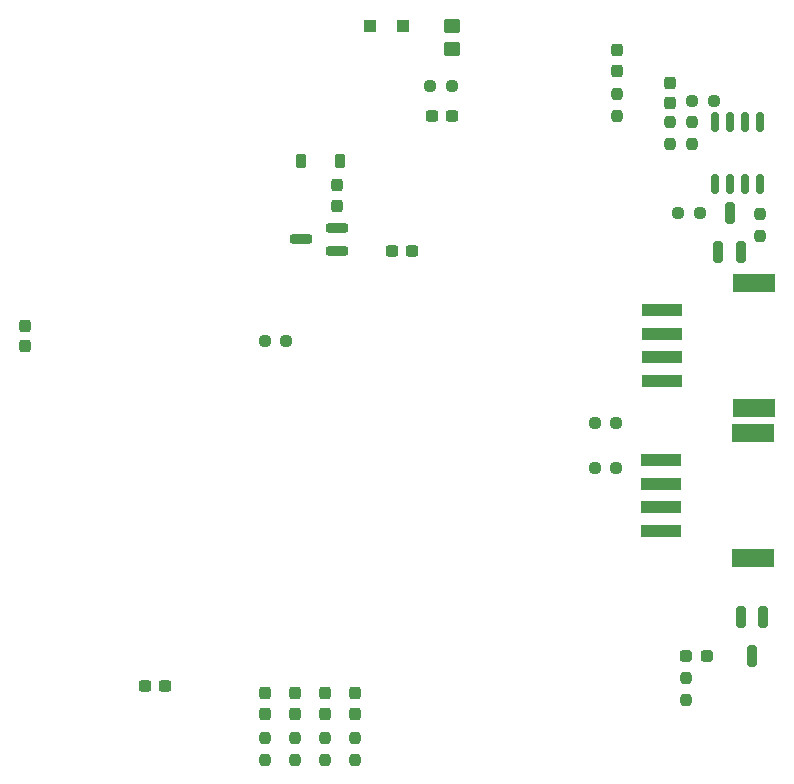
<source format=gbr>
%TF.GenerationSoftware,KiCad,Pcbnew,8.0.1*%
%TF.CreationDate,2024-09-11T09:05:04+09:00*%
%TF.ProjectId,raspcat,72617370-6361-4742-9e6b-696361645f70,rev?*%
%TF.SameCoordinates,Original*%
%TF.FileFunction,Paste,Top*%
%TF.FilePolarity,Positive*%
%FSLAX46Y46*%
G04 Gerber Fmt 4.6, Leading zero omitted, Abs format (unit mm)*
G04 Created by KiCad (PCBNEW 8.0.1) date 2024-09-11 09:05:04*
%MOMM*%
%LPD*%
G01*
G04 APERTURE LIST*
G04 Aperture macros list*
%AMRoundRect*
0 Rectangle with rounded corners*
0 $1 Rounding radius*
0 $2 $3 $4 $5 $6 $7 $8 $9 X,Y pos of 4 corners*
0 Add a 4 corners polygon primitive as box body*
4,1,4,$2,$3,$4,$5,$6,$7,$8,$9,$2,$3,0*
0 Add four circle primitives for the rounded corners*
1,1,$1+$1,$2,$3*
1,1,$1+$1,$4,$5*
1,1,$1+$1,$6,$7*
1,1,$1+$1,$8,$9*
0 Add four rect primitives between the rounded corners*
20,1,$1+$1,$2,$3,$4,$5,0*
20,1,$1+$1,$4,$5,$6,$7,0*
20,1,$1+$1,$6,$7,$8,$9,0*
20,1,$1+$1,$8,$9,$2,$3,0*%
G04 Aperture macros list end*
%ADD10RoundRect,0.200000X-0.200000X0.700000X-0.200000X-0.700000X0.200000X-0.700000X0.200000X0.700000X0*%
%ADD11RoundRect,0.237500X0.250000X0.237500X-0.250000X0.237500X-0.250000X-0.237500X0.250000X-0.237500X0*%
%ADD12RoundRect,0.237500X-0.237500X0.300000X-0.237500X-0.300000X0.237500X-0.300000X0.237500X0.300000X0*%
%ADD13RoundRect,0.237500X-0.237500X0.250000X-0.237500X-0.250000X0.237500X-0.250000X0.237500X0.250000X0*%
%ADD14RoundRect,0.237500X0.237500X-0.250000X0.237500X0.250000X-0.237500X0.250000X-0.237500X-0.250000X0*%
%ADD15RoundRect,0.237500X-0.250000X-0.237500X0.250000X-0.237500X0.250000X0.237500X-0.250000X0.237500X0*%
%ADD16RoundRect,0.237500X-0.237500X0.287500X-0.237500X-0.287500X0.237500X-0.287500X0.237500X0.287500X0*%
%ADD17R,3.400000X1.000000*%
%ADD18R,3.600000X1.500000*%
%ADD19RoundRect,0.237500X0.287500X0.237500X-0.287500X0.237500X-0.287500X-0.237500X0.287500X-0.237500X0*%
%ADD20RoundRect,0.237500X0.300000X0.237500X-0.300000X0.237500X-0.300000X-0.237500X0.300000X-0.237500X0*%
%ADD21RoundRect,0.237500X0.237500X-0.300000X0.237500X0.300000X-0.237500X0.300000X-0.237500X-0.300000X0*%
%ADD22RoundRect,0.200000X0.750000X0.200000X-0.750000X0.200000X-0.750000X-0.200000X0.750000X-0.200000X0*%
%ADD23RoundRect,0.250000X0.300000X0.300000X-0.300000X0.300000X-0.300000X-0.300000X0.300000X-0.300000X0*%
%ADD24RoundRect,0.237500X-0.300000X-0.237500X0.300000X-0.237500X0.300000X0.237500X-0.300000X0.237500X0*%
%ADD25RoundRect,0.225000X0.225000X0.375000X-0.225000X0.375000X-0.225000X-0.375000X0.225000X-0.375000X0*%
%ADD26RoundRect,0.200000X0.200000X-0.700000X0.200000X0.700000X-0.200000X0.700000X-0.200000X-0.700000X0*%
%ADD27RoundRect,0.250000X-0.450000X0.350000X-0.450000X-0.350000X0.450000X-0.350000X0.450000X0.350000X0*%
%ADD28RoundRect,0.150000X0.150000X-0.675000X0.150000X0.675000X-0.150000X0.675000X-0.150000X-0.675000X0*%
G04 APERTURE END LIST*
D10*
%TO.C,Q2*%
X68035000Y16780000D03*
X66135000Y16780000D03*
X67085000Y13480000D03*
%TD*%
D11*
%TO.C,R8*%
X63830000Y60470000D03*
X62005000Y60470000D03*
%TD*%
D12*
%TO.C,C6*%
X60100000Y61967500D03*
X60100000Y60242500D03*
%TD*%
D13*
%TO.C,R10*%
X60100000Y58650000D03*
X60100000Y56825000D03*
%TD*%
D14*
%TO.C,R12*%
X30890000Y4670000D03*
X30890000Y6495000D03*
%TD*%
%TO.C,R15*%
X55655000Y59200000D03*
X55655000Y61025000D03*
%TD*%
D15*
%TO.C,R6*%
X60815000Y50945000D03*
X62640000Y50945000D03*
%TD*%
D16*
%TO.C,D3*%
X30890000Y10305000D03*
X30890000Y8555000D03*
%TD*%
D15*
%TO.C,R2*%
X53750000Y29355000D03*
X55575000Y29355000D03*
%TD*%
%TO.C,R5*%
X25810000Y40150000D03*
X27635000Y40150000D03*
%TD*%
D17*
%TO.C,CN1*%
X59375000Y24035000D03*
X59375000Y26035000D03*
X59375000Y28035000D03*
X59375000Y30035000D03*
D18*
X67175000Y32335000D03*
X67175000Y21735000D03*
%TD*%
D19*
%TO.C,D1*%
X63275000Y13480000D03*
X61525000Y13480000D03*
%TD*%
D20*
%TO.C,C2*%
X41685000Y59200000D03*
X39960000Y59200000D03*
%TD*%
D15*
%TO.C,R1*%
X53750000Y33165000D03*
X55575000Y33165000D03*
%TD*%
D21*
%TO.C,C4*%
X31906000Y51580000D03*
X31906000Y53305000D03*
%TD*%
D14*
%TO.C,R11*%
X33430000Y4670000D03*
X33430000Y6495000D03*
%TD*%
D20*
%TO.C,C7*%
X17375000Y10940000D03*
X15650000Y10940000D03*
%TD*%
D16*
%TO.C,D2*%
X33430000Y10305000D03*
X33430000Y8555000D03*
%TD*%
D14*
%TO.C,R9*%
X62005000Y56825000D03*
X62005000Y58650000D03*
%TD*%
D21*
%TO.C,C5*%
X5490000Y39695000D03*
X5490000Y41420000D03*
%TD*%
D22*
%TO.C,U3*%
X31907000Y47770000D03*
X31907000Y49670000D03*
X28907000Y48720000D03*
%TD*%
D23*
%TO.C,D7*%
X37500000Y66820000D03*
X34700000Y66820000D03*
%TD*%
D15*
%TO.C,R3*%
X39860000Y61740000D03*
X41685000Y61740000D03*
%TD*%
D24*
%TO.C,C3*%
X36605000Y47770000D03*
X38330000Y47770000D03*
%TD*%
D25*
%TO.C,D8*%
X32206000Y55390000D03*
X28906000Y55390000D03*
%TD*%
D26*
%TO.C,Q1*%
X64230000Y47645000D03*
X66130000Y47645000D03*
X65180000Y50945000D03*
%TD*%
D27*
%TO.C,R17*%
X41685000Y66820000D03*
X41685000Y64820000D03*
%TD*%
D16*
%TO.C,D6*%
X25810000Y10305000D03*
X25810000Y8555000D03*
%TD*%
D13*
%TO.C,R4*%
X67720000Y50865000D03*
X67720000Y49040000D03*
%TD*%
D16*
%TO.C,D5*%
X55655000Y64760000D03*
X55655000Y63010000D03*
%TD*%
D14*
%TO.C,R7*%
X61525000Y9750000D03*
X61525000Y11575000D03*
%TD*%
D17*
%TO.C,CN2*%
X59465000Y36735000D03*
X59465000Y38735000D03*
X59465000Y40735000D03*
X59465000Y42735000D03*
D18*
X67265000Y45035000D03*
X67265000Y34435000D03*
%TD*%
D14*
%TO.C,R16*%
X25810000Y4670000D03*
X25810000Y6495000D03*
%TD*%
%TO.C,R14*%
X28350000Y4670000D03*
X28350000Y6495000D03*
%TD*%
D28*
%TO.C,U4*%
X63910000Y53400000D03*
X65180000Y53400000D03*
X66450000Y53400000D03*
X67720000Y53400000D03*
X67720000Y58650000D03*
X66450000Y58650000D03*
X65180000Y58650000D03*
X63910000Y58650000D03*
%TD*%
D16*
%TO.C,D4*%
X28350000Y10305000D03*
X28350000Y8555000D03*
%TD*%
M02*

</source>
